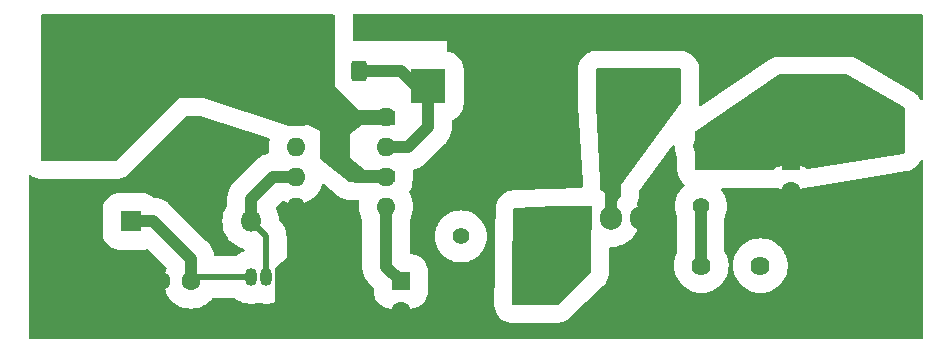
<source format=gtl>
%TF.GenerationSoftware,KiCad,Pcbnew,(6.0.1)*%
%TF.CreationDate,2022-12-28T21:20:27+01:00*%
%TF.ProjectId,nixie_power_supply,6e697869-655f-4706-9f77-65725f737570,rev?*%
%TF.SameCoordinates,Original*%
%TF.FileFunction,Copper,L1,Top*%
%TF.FilePolarity,Positive*%
%FSLAX46Y46*%
G04 Gerber Fmt 4.6, Leading zero omitted, Abs format (unit mm)*
G04 Created by KiCad (PCBNEW (6.0.1)) date 2022-12-28 21:20:27*
%MOMM*%
%LPD*%
G01*
G04 APERTURE LIST*
G04 Aperture macros list*
%AMRoundRect*
0 Rectangle with rounded corners*
0 $1 Rounding radius*
0 $2 $3 $4 $5 $6 $7 $8 $9 X,Y pos of 4 corners*
0 Add a 4 corners polygon primitive as box body*
4,1,4,$2,$3,$4,$5,$6,$7,$8,$9,$2,$3,0*
0 Add four circle primitives for the rounded corners*
1,1,$1+$1,$2,$3*
1,1,$1+$1,$4,$5*
1,1,$1+$1,$6,$7*
1,1,$1+$1,$8,$9*
0 Add four rect primitives between the rounded corners*
20,1,$1+$1,$2,$3,$4,$5,0*
20,1,$1+$1,$4,$5,$6,$7,0*
20,1,$1+$1,$6,$7,$8,$9,0*
20,1,$1+$1,$8,$9,$2,$3,0*%
G04 Aperture macros list end*
%TA.AperFunction,ComponentPad*%
%ADD10R,1.600000X1.600000*%
%TD*%
%TA.AperFunction,ComponentPad*%
%ADD11O,1.600000X1.600000*%
%TD*%
%TA.AperFunction,ComponentPad*%
%ADD12C,1.620000*%
%TD*%
%TA.AperFunction,ComponentPad*%
%ADD13C,1.400000*%
%TD*%
%TA.AperFunction,ComponentPad*%
%ADD14O,1.400000X1.400000*%
%TD*%
%TA.AperFunction,SMDPad,CuDef*%
%ADD15RoundRect,0.250000X-0.400000X-0.625000X0.400000X-0.625000X0.400000X0.625000X-0.400000X0.625000X0*%
%TD*%
%TA.AperFunction,ComponentPad*%
%ADD16R,1.050000X1.500000*%
%TD*%
%TA.AperFunction,ComponentPad*%
%ADD17O,1.050000X1.500000*%
%TD*%
%TA.AperFunction,ComponentPad*%
%ADD18R,1.905000X2.000000*%
%TD*%
%TA.AperFunction,ComponentPad*%
%ADD19O,1.905000X2.000000*%
%TD*%
%TA.AperFunction,SMDPad,CuDef*%
%ADD20R,3.000000X2.900000*%
%TD*%
%TA.AperFunction,ComponentPad*%
%ADD21RoundRect,0.250002X-1.699998X1.699998X-1.699998X-1.699998X1.699998X-1.699998X1.699998X1.699998X0*%
%TD*%
%TA.AperFunction,ComponentPad*%
%ADD22C,3.900000*%
%TD*%
%TA.AperFunction,ComponentPad*%
%ADD23RoundRect,0.250002X1.699998X-1.699998X1.699998X1.699998X-1.699998X1.699998X-1.699998X-1.699998X0*%
%TD*%
%TA.AperFunction,ComponentPad*%
%ADD24R,1.800000X1.800000*%
%TD*%
%TA.AperFunction,ComponentPad*%
%ADD25O,1.800000X1.800000*%
%TD*%
%TA.AperFunction,ComponentPad*%
%ADD26C,1.600000*%
%TD*%
%TA.AperFunction,ComponentPad*%
%ADD27R,2.000000X2.000000*%
%TD*%
%TA.AperFunction,ComponentPad*%
%ADD28C,2.000000*%
%TD*%
%TA.AperFunction,Conductor*%
%ADD29C,0.500000*%
%TD*%
%TA.AperFunction,Conductor*%
%ADD30C,1.000000*%
%TD*%
G04 APERTURE END LIST*
D10*
%TO.P,U1,1,SwC*%
%TO.N,+9V*%
X110500000Y-71130000D03*
D11*
%TO.P,U1,2,SwE*%
%TO.N,Net-(R2-Pad1)*%
X110500000Y-73670000D03*
%TO.P,U1,3,TC*%
%TO.N,Net-(D1-Pad2)*%
X110500000Y-76210000D03*
%TO.P,U1,4,GND*%
%TO.N,GND*%
X110500000Y-78750000D03*
%TO.P,U1,5,Vfb*%
%TO.N,FB*%
X118120000Y-78750000D03*
%TO.P,U1,6,Vin*%
%TO.N,+9V*%
X118120000Y-76210000D03*
%TO.P,U1,7,Ipk*%
%TO.N,Net-(L1-Pad1)*%
X118120000Y-73670000D03*
%TO.P,U1,8,DC*%
%TO.N,+9V*%
X118120000Y-71130000D03*
%TD*%
D12*
%TO.P,RV1,1,1*%
%TO.N,unconnected-(RV1-Pad1)*%
X149820000Y-83765000D03*
%TO.P,RV1,2,2*%
%TO.N,GND*%
X147320000Y-86265000D03*
%TO.P,RV1,3,3*%
%TO.N,FB*%
X144820000Y-83765000D03*
%TD*%
D13*
%TO.P,R5,1*%
%TO.N,FB*%
X144780000Y-78740000D03*
D14*
%TO.P,R5,2*%
%TO.N,VDD*%
X144780000Y-73660000D03*
%TD*%
D13*
%TO.P,R3,1*%
%TO.N,GND*%
X137160000Y-86360000D03*
D14*
%TO.P,R3,2*%
%TO.N,Net-(Q1-Pad1)*%
X132080000Y-86360000D03*
%TD*%
D13*
%TO.P,R2,1*%
%TO.N,Net-(R2-Pad1)*%
X124460000Y-81280000D03*
D14*
%TO.P,R2,2*%
%TO.N,Net-(Q1-Pad1)*%
X129540000Y-81280000D03*
%TD*%
D15*
%TO.P,R1,1*%
%TO.N,+9V*%
X112750000Y-67310000D03*
%TO.P,R1,2*%
%TO.N,Net-(L1-Pad1)*%
X115850000Y-67310000D03*
%TD*%
D16*
%TO.P,Q2,1,C*%
%TO.N,GND*%
X109220000Y-84730000D03*
D17*
%TO.P,Q2,2,B*%
%TO.N,Net-(D1-Pad2)*%
X107950000Y-84730000D03*
%TO.P,Q2,3,E*%
%TO.N,Net-(D1-Pad1)*%
X106680000Y-84730000D03*
%TD*%
D18*
%TO.P,Q1,1,B*%
%TO.N,Net-(Q1-Pad1)*%
X134620000Y-79685000D03*
D19*
%TO.P,Q1,2,C*%
%TO.N,Net-(D2-Pad2)*%
X137160000Y-79685000D03*
%TO.P,Q1,3,E*%
%TO.N,GND*%
X139700000Y-79685000D03*
%TD*%
D20*
%TO.P,L1,1,1*%
%TO.N,Net-(L1-Pad1)*%
X121690000Y-68580000D03*
%TO.P,L1,2,2*%
%TO.N,Net-(D2-Pad2)*%
X137390000Y-68580000D03*
%TD*%
D21*
%TO.P,J2,1,Pin_1*%
%TO.N,VDD*%
X160020000Y-72300000D03*
D22*
%TO.P,J2,2,Pin_2*%
%TO.N,GND*%
X160020000Y-80100000D03*
%TD*%
D23*
%TO.P,J1,1,Pin_1*%
%TO.N,GND*%
X91440000Y-80100000D03*
D22*
%TO.P,J1,2,Pin_2*%
%TO.N,+9V*%
X91440000Y-72300000D03*
%TD*%
D24*
%TO.P,D2,1,K*%
%TO.N,VDD*%
X152400000Y-68580000D03*
D25*
%TO.P,D2,2,A*%
%TO.N,Net-(D2-Pad2)*%
X142240000Y-68580000D03*
%TD*%
D24*
%TO.P,D1,1,K*%
%TO.N,Net-(D1-Pad1)*%
X96520000Y-80010000D03*
D25*
%TO.P,D1,2,A*%
%TO.N,Net-(D1-Pad2)*%
X106680000Y-80010000D03*
%TD*%
D10*
%TO.P,C4,1*%
%TO.N,FB*%
X119380000Y-85090000D03*
D26*
%TO.P,C4,2*%
%TO.N,GND*%
X119380000Y-87590000D03*
%TD*%
D10*
%TO.P,C3,1*%
%TO.N,VDD*%
X152400000Y-74930000D03*
D26*
%TO.P,C3,2*%
%TO.N,GND*%
X152400000Y-77430000D03*
%TD*%
%TO.P,C2,1*%
%TO.N,Net-(D1-Pad1)*%
X101600000Y-85090000D03*
%TO.P,C2,2*%
%TO.N,GND*%
X99100000Y-85090000D03*
%TD*%
D27*
%TO.P,C1,1*%
%TO.N,+9V*%
X101600000Y-68580000D03*
D28*
%TO.P,C1,2*%
%TO.N,GND*%
X101600000Y-72380000D03*
%TD*%
D29*
%TO.N,Net-(D1-Pad2)*%
X107950000Y-81280000D02*
X106680000Y-80010000D01*
X107950000Y-84730000D02*
X107950000Y-81280000D01*
%TO.N,Net-(D1-Pad1)*%
X101960000Y-84730000D02*
X101600000Y-85090000D01*
X106680000Y-84730000D02*
X101960000Y-84730000D01*
D30*
X101600000Y-85090000D02*
X101600000Y-83185000D01*
X98425000Y-80010000D02*
X96520000Y-80010000D01*
X101600000Y-83185000D02*
X98425000Y-80010000D01*
%TO.N,Net-(D1-Pad2)*%
X106680000Y-78105000D02*
X106680000Y-80010000D01*
X108575000Y-76210000D02*
X106680000Y-78105000D01*
X110500000Y-76210000D02*
X108575000Y-76210000D01*
%TO.N,FB*%
X118120000Y-83830000D02*
X119380000Y-85090000D01*
X118120000Y-78750000D02*
X118120000Y-83830000D01*
%TO.N,Net-(Q1-Pad1)*%
X129540000Y-81280000D02*
X130485000Y-82225000D01*
X130485000Y-82225000D02*
X132080000Y-82225000D01*
X132080000Y-82225000D02*
X134620000Y-79685000D01*
X132080000Y-86360000D02*
X132080000Y-82225000D01*
%TO.N,FB*%
X144780000Y-83725000D02*
X144820000Y-83765000D01*
X144780000Y-78740000D02*
X144780000Y-83725000D01*
%TO.N,VDD*%
X152400000Y-73660000D02*
X152400000Y-74930000D01*
X152400000Y-72390000D02*
X152400000Y-73660000D01*
X144780000Y-73660000D02*
X152400000Y-73660000D01*
X152490000Y-72300000D02*
X152400000Y-72390000D01*
X160020000Y-72300000D02*
X152490000Y-72300000D01*
X152400000Y-68580000D02*
X152400000Y-72390000D01*
%TO.N,Net-(D2-Pad2)*%
X142240000Y-68580000D02*
X137390000Y-68580000D01*
X137160000Y-68810000D02*
X137390000Y-68580000D01*
X137160000Y-79685000D02*
X137160000Y-68810000D01*
%TO.N,Net-(L1-Pad1)*%
X121690000Y-71985000D02*
X121690000Y-68580000D01*
X120005000Y-73670000D02*
X121690000Y-71985000D01*
X118120000Y-73670000D02*
X120005000Y-73670000D01*
X119380000Y-67310000D02*
X115850000Y-67310000D01*
X120650000Y-68580000D02*
X119380000Y-67310000D01*
X121690000Y-68580000D02*
X120650000Y-68580000D01*
%TO.N,+9V*%
X114300000Y-74930000D02*
X114300000Y-69850000D01*
X115580000Y-71130000D02*
X114300000Y-69850000D01*
X115580000Y-76210000D02*
X114300000Y-74930000D01*
X118120000Y-76210000D02*
X115580000Y-76210000D01*
X114300000Y-69850000D02*
X112750000Y-68300000D01*
X112750000Y-68300000D02*
X112750000Y-67310000D01*
X118120000Y-71130000D02*
X115580000Y-71130000D01*
X112750000Y-67310000D02*
X111760000Y-67310000D01*
X110500000Y-68570000D02*
X111760000Y-67310000D01*
X110500000Y-71130000D02*
X110500000Y-68570000D01*
X107950000Y-68580000D02*
X110500000Y-71130000D01*
X101600000Y-68580000D02*
X107950000Y-68580000D01*
X101600000Y-68580000D02*
X95160000Y-68580000D01*
X95160000Y-68580000D02*
X91440000Y-72300000D01*
%TD*%
%TA.AperFunction,Conductor*%
%TO.N,GND*%
G36*
X163542121Y-62480002D02*
G01*
X163588614Y-62533658D01*
X163600000Y-62586000D01*
X163600000Y-69619675D01*
X163579998Y-69687796D01*
X163526342Y-69734289D01*
X163456068Y-69744393D01*
X163391488Y-69714899D01*
X163364180Y-69681446D01*
X163282803Y-69536769D01*
X163282803Y-69536768D01*
X163280251Y-69532232D01*
X163124916Y-69339241D01*
X163075985Y-69287799D01*
X162944102Y-69164869D01*
X162740685Y-69023463D01*
X159439317Y-67112145D01*
X158008156Y-66283578D01*
X158008146Y-66283573D01*
X158006841Y-66282817D01*
X157877514Y-66216099D01*
X157873632Y-66214704D01*
X157873626Y-66214701D01*
X157646832Y-66133180D01*
X157646824Y-66133177D01*
X157644380Y-66132299D01*
X157641865Y-66131623D01*
X157641857Y-66131621D01*
X157618425Y-66125328D01*
X157581250Y-66115343D01*
X157439049Y-66084458D01*
X157320797Y-66074659D01*
X157194758Y-66064215D01*
X157194745Y-66064214D01*
X157192157Y-66064000D01*
X151422714Y-66064000D01*
X151420643Y-66064138D01*
X151420633Y-66064138D01*
X151228846Y-66076887D01*
X151228845Y-66076887D01*
X151224169Y-66077198D01*
X151219590Y-66078200D01*
X150984706Y-66129597D01*
X150984696Y-66129600D01*
X150982158Y-66130155D01*
X150911409Y-66151893D01*
X150909467Y-66152634D01*
X150909461Y-66152636D01*
X150831645Y-66182325D01*
X150725497Y-66222823D01*
X150509713Y-66344524D01*
X144812052Y-70210794D01*
X144744454Y-70232493D01*
X144675854Y-70214200D01*
X144628035Y-70161723D01*
X144615734Y-70096127D01*
X144620902Y-70033754D01*
X144629000Y-69936026D01*
X144629000Y-68842178D01*
X144629249Y-68834266D01*
X144644997Y-68583958D01*
X144645246Y-68580000D01*
X144629249Y-68325734D01*
X144629000Y-68317822D01*
X144629000Y-67182000D01*
X144627211Y-67108759D01*
X144604979Y-66940695D01*
X144595064Y-66865742D01*
X144595062Y-66865732D01*
X144594722Y-66863160D01*
X144583336Y-66810818D01*
X144508766Y-66568680D01*
X144397459Y-66347355D01*
X144251240Y-66147369D01*
X144204747Y-66093713D01*
X144127786Y-66011362D01*
X143938140Y-65851961D01*
X143933653Y-65849310D01*
X143933650Y-65849308D01*
X143729332Y-65728599D01*
X143724845Y-65725948D01*
X143493717Y-65636762D01*
X143425596Y-65616760D01*
X143249892Y-65576458D01*
X143245420Y-65576087D01*
X143245417Y-65576087D01*
X143005601Y-65556215D01*
X143005588Y-65556214D01*
X143003000Y-65556000D01*
X136016000Y-65556000D01*
X135977006Y-65556952D01*
X135946145Y-65557706D01*
X135946140Y-65557706D01*
X135942759Y-65557789D01*
X135939415Y-65558231D01*
X135939407Y-65558232D01*
X135699742Y-65589936D01*
X135699732Y-65589938D01*
X135697160Y-65590278D01*
X135694617Y-65590831D01*
X135694618Y-65590831D01*
X135647419Y-65601098D01*
X135647414Y-65601099D01*
X135644818Y-65601664D01*
X135594072Y-65617292D01*
X135407718Y-65674682D01*
X135407713Y-65674684D01*
X135402680Y-65676234D01*
X135314636Y-65720512D01*
X135186015Y-65785197D01*
X135186011Y-65785199D01*
X135181355Y-65787541D01*
X135088661Y-65855314D01*
X135052010Y-65882111D01*
X135042370Y-65888501D01*
X135013531Y-65905761D01*
X135009584Y-65909108D01*
X135009583Y-65909109D01*
X134885750Y-66014127D01*
X134825350Y-66065350D01*
X134665761Y-66253531D01*
X134539049Y-66465250D01*
X134537156Y-66470057D01*
X134537154Y-66470060D01*
X134491512Y-66585931D01*
X134448619Y-66694821D01*
X134396897Y-66936080D01*
X134389500Y-67050468D01*
X134389500Y-70109532D01*
X134389632Y-70111566D01*
X134390109Y-70118946D01*
X134390358Y-70125253D01*
X134390622Y-70143554D01*
X134390831Y-70150810D01*
X134392699Y-70194017D01*
X134392722Y-70194414D01*
X134392725Y-70194476D01*
X134770791Y-76747612D01*
X134771000Y-76754869D01*
X134771000Y-77058500D01*
X134750998Y-77126621D01*
X134697342Y-77173114D01*
X134645000Y-77184500D01*
X133587968Y-77184500D01*
X133473580Y-77191897D01*
X133469068Y-77192864D01*
X133469063Y-77192865D01*
X133262258Y-77237201D01*
X133235846Y-77240000D01*
X132463257Y-77240000D01*
X132462924Y-77240003D01*
X132462914Y-77240003D01*
X132452794Y-77240093D01*
X132436577Y-77240237D01*
X132436276Y-77240242D01*
X132436226Y-77240243D01*
X132433653Y-77240289D01*
X132432080Y-77240317D01*
X132405223Y-77241036D01*
X128971109Y-77363683D01*
X128970879Y-77363694D01*
X128970852Y-77363695D01*
X128939134Y-77365198D01*
X128939127Y-77365199D01*
X128936166Y-77365339D01*
X128821337Y-77381719D01*
X128693501Y-77399954D01*
X128693488Y-77399956D01*
X128690911Y-77400324D01*
X128667560Y-77405653D01*
X128647046Y-77410334D01*
X128647035Y-77410337D01*
X128644835Y-77410839D01*
X128642669Y-77411500D01*
X128642661Y-77411502D01*
X128527786Y-77446553D01*
X128439062Y-77473624D01*
X128216051Y-77581513D01*
X128013839Y-77724637D01*
X127959474Y-77770299D01*
X127875943Y-77845989D01*
X127713644Y-78033160D01*
X127584366Y-78244492D01*
X127559852Y-78305223D01*
X127494117Y-78468073D01*
X127491635Y-78474221D01*
X127470588Y-78542025D01*
X127427589Y-78717086D01*
X127403335Y-78963634D01*
X127375594Y-80766768D01*
X127373852Y-80880020D01*
X127371446Y-80902661D01*
X127353644Y-80992161D01*
X127353375Y-80996272D01*
X127353374Y-80996276D01*
X127352084Y-81015961D01*
X127334778Y-81280000D01*
X127335048Y-81284119D01*
X127351149Y-81529766D01*
X127353644Y-81567839D01*
X127354448Y-81571882D01*
X127354449Y-81571886D01*
X127359967Y-81599629D01*
X127362373Y-81626147D01*
X127329468Y-83765000D01*
X127320942Y-84319208D01*
X127280145Y-86970988D01*
X127280156Y-86971844D01*
X127280156Y-86971864D01*
X127280313Y-86984056D01*
X127281238Y-87055777D01*
X127311837Y-87301618D01*
X127323208Y-87355898D01*
X127333679Y-87390368D01*
X127398620Y-87604163D01*
X127398622Y-87604168D01*
X127400187Y-87609320D01*
X127511494Y-87830645D01*
X127657713Y-88030631D01*
X127704206Y-88084287D01*
X127781167Y-88166638D01*
X127970813Y-88326039D01*
X127975300Y-88328690D01*
X127975303Y-88328692D01*
X127976158Y-88329197D01*
X128184108Y-88452052D01*
X128415236Y-88541238D01*
X128483357Y-88561240D01*
X128659061Y-88601542D01*
X128663533Y-88601913D01*
X128663536Y-88601913D01*
X128903352Y-88621785D01*
X128903365Y-88621786D01*
X128905953Y-88622000D01*
X132537442Y-88622000D01*
X132681218Y-88615094D01*
X132705259Y-88612779D01*
X132781014Y-88603533D01*
X132960209Y-88561660D01*
X133017178Y-88548348D01*
X133017179Y-88548348D01*
X133022253Y-88547162D01*
X133027062Y-88545158D01*
X133027067Y-88545156D01*
X133248506Y-88452861D01*
X133248510Y-88452859D01*
X133250924Y-88451853D01*
X133313977Y-88419221D01*
X133386306Y-88376090D01*
X133464945Y-88329197D01*
X133464949Y-88329194D01*
X133468808Y-88326893D01*
X133661364Y-88171021D01*
X133701835Y-88132310D01*
X133701847Y-88132300D01*
X136505581Y-85450466D01*
X136505591Y-85450456D01*
X136506928Y-85449177D01*
X136627523Y-85319341D01*
X136646427Y-85296409D01*
X136713039Y-85209301D01*
X136733972Y-85173870D01*
X136836401Y-85000493D01*
X136839052Y-84996006D01*
X136845453Y-84979419D01*
X136905385Y-84824102D01*
X136928238Y-84764878D01*
X136948240Y-84696757D01*
X136988542Y-84521053D01*
X136988913Y-84516578D01*
X137008785Y-84276762D01*
X137008786Y-84276749D01*
X137009000Y-84274161D01*
X137009000Y-82312724D01*
X137029002Y-82244603D01*
X137082658Y-82198110D01*
X137132251Y-82186754D01*
X137365942Y-82181655D01*
X137365948Y-82181655D01*
X137369959Y-82181567D01*
X137524703Y-82158302D01*
X137675477Y-82135634D01*
X137675479Y-82135634D01*
X137679447Y-82135037D01*
X137683305Y-82133942D01*
X137683308Y-82133941D01*
X137976658Y-82050655D01*
X137976661Y-82050654D01*
X137980514Y-82049560D01*
X138268280Y-81926521D01*
X138538079Y-81767914D01*
X138785538Y-81576311D01*
X139006645Y-81354817D01*
X139022196Y-81334660D01*
X139195362Y-81110205D01*
X139195363Y-81110204D01*
X139197816Y-81107024D01*
X139245729Y-81025196D01*
X139353923Y-80840414D01*
X139355952Y-80836949D01*
X139357520Y-80833264D01*
X139357524Y-80833256D01*
X139476918Y-80552658D01*
X139478488Y-80548969D01*
X139563440Y-80247753D01*
X139609429Y-79938184D01*
X139610019Y-79924120D01*
X139612944Y-79854314D01*
X139613000Y-79852985D01*
X139613000Y-79558336D01*
X139603414Y-79408064D01*
X139598382Y-79329177D01*
X139598381Y-79329172D01*
X139598126Y-79325169D01*
X139597364Y-79321229D01*
X139539440Y-79021838D01*
X139539439Y-79021834D01*
X139538678Y-79017901D01*
X139440668Y-78720677D01*
X139380214Y-78594218D01*
X139368879Y-78524132D01*
X139379289Y-78489006D01*
X139379052Y-78488914D01*
X139380193Y-78485957D01*
X139468238Y-78257786D01*
X139488240Y-78189665D01*
X139528542Y-78013961D01*
X139533668Y-77952099D01*
X139548785Y-77769670D01*
X139548786Y-77769657D01*
X139549000Y-77767069D01*
X139549000Y-77490750D01*
X139569002Y-77422629D01*
X139573099Y-77416640D01*
X142347640Y-73601647D01*
X142403883Y-73558320D01*
X142474622Y-73552279D01*
X142537398Y-73585440D01*
X142572280Y-73647277D01*
X142575270Y-73667511D01*
X142593644Y-73947839D01*
X142594448Y-73951879D01*
X142594448Y-73951882D01*
X142639287Y-74177300D01*
X142649919Y-74230753D01*
X142651245Y-74234659D01*
X142651246Y-74234663D01*
X142714585Y-74421253D01*
X142742641Y-74503902D01*
X142744462Y-74507595D01*
X142744463Y-74507597D01*
X142759006Y-74537087D01*
X142772000Y-74592815D01*
X142772000Y-75566000D01*
X142773789Y-75639241D01*
X142774231Y-75642585D01*
X142774232Y-75642593D01*
X142792819Y-75783095D01*
X142806278Y-75884840D01*
X142817664Y-75937182D01*
X142818449Y-75939730D01*
X142877257Y-76130687D01*
X142892234Y-76179320D01*
X142907914Y-76210499D01*
X142977216Y-76348299D01*
X143003541Y-76400645D01*
X143006618Y-76404854D01*
X143006619Y-76404855D01*
X143025004Y-76430000D01*
X143149760Y-76600631D01*
X143196253Y-76654287D01*
X143273214Y-76736638D01*
X143276117Y-76739078D01*
X143276118Y-76739079D01*
X143392580Y-76836968D01*
X143431858Y-76896110D01*
X143432925Y-76967099D01*
X143394587Y-77028154D01*
X143317281Y-77095950D01*
X143220673Y-77180673D01*
X143217964Y-77183762D01*
X143033198Y-77394446D01*
X143033194Y-77394452D01*
X143030480Y-77397546D01*
X143028191Y-77400972D01*
X143028187Y-77400977D01*
X142968203Y-77490750D01*
X142870222Y-77637389D01*
X142868398Y-77641088D01*
X142868395Y-77641093D01*
X142744463Y-77892403D01*
X142742641Y-77896098D01*
X142741318Y-77899996D01*
X142741317Y-77899998D01*
X142656658Y-78149396D01*
X142649919Y-78169247D01*
X142649115Y-78173291D01*
X142649113Y-78173297D01*
X142594448Y-78448118D01*
X142593644Y-78452161D01*
X142593375Y-78456272D01*
X142593374Y-78456276D01*
X142588219Y-78534925D01*
X142574778Y-78740000D01*
X142575048Y-78744119D01*
X142593251Y-79021838D01*
X142593644Y-79027839D01*
X142594448Y-79031879D01*
X142594448Y-79031882D01*
X142636371Y-79242641D01*
X142649919Y-79310753D01*
X142651245Y-79314659D01*
X142651246Y-79314663D01*
X142725429Y-79533198D01*
X142742641Y-79583902D01*
X142744462Y-79587595D01*
X142744463Y-79587597D01*
X142766506Y-79632296D01*
X142779500Y-79688024D01*
X142779500Y-82649382D01*
X142766506Y-82705110D01*
X142700318Y-82839327D01*
X142680796Y-82878913D01*
X142679473Y-82882811D01*
X142679472Y-82882813D01*
X142618272Y-83063102D01*
X142583439Y-83165715D01*
X142582635Y-83169759D01*
X142582633Y-83169765D01*
X142525155Y-83458729D01*
X142524351Y-83462772D01*
X142524082Y-83466883D01*
X142524081Y-83466887D01*
X142513702Y-83625250D01*
X142504542Y-83765000D01*
X142504812Y-83769119D01*
X142521342Y-84021314D01*
X142524351Y-84067228D01*
X142525155Y-84071268D01*
X142525155Y-84071271D01*
X142574473Y-84319208D01*
X142583439Y-84364285D01*
X142584765Y-84368191D01*
X142584766Y-84368195D01*
X142607195Y-84434268D01*
X142680796Y-84651087D01*
X142682617Y-84654780D01*
X142682618Y-84654782D01*
X142807616Y-84908252D01*
X142814755Y-84922729D01*
X142983024Y-85174562D01*
X142985738Y-85177656D01*
X142985742Y-85177662D01*
X143156874Y-85372800D01*
X143182724Y-85402276D01*
X143185813Y-85404985D01*
X143407338Y-85599258D01*
X143407344Y-85599262D01*
X143410438Y-85601976D01*
X143662271Y-85770245D01*
X143665970Y-85772069D01*
X143665975Y-85772072D01*
X143930218Y-85902382D01*
X143933913Y-85904204D01*
X143937811Y-85905527D01*
X143937813Y-85905528D01*
X144216805Y-86000234D01*
X144216809Y-86000235D01*
X144220715Y-86001561D01*
X144224759Y-86002365D01*
X144224765Y-86002367D01*
X144513729Y-86059845D01*
X144513732Y-86059845D01*
X144517772Y-86060649D01*
X144521883Y-86060918D01*
X144521887Y-86060919D01*
X144815881Y-86080188D01*
X144820000Y-86080458D01*
X144824119Y-86080188D01*
X145118113Y-86060919D01*
X145118117Y-86060918D01*
X145122228Y-86060649D01*
X145126268Y-86059845D01*
X145126271Y-86059845D01*
X145415235Y-86002367D01*
X145415241Y-86002365D01*
X145419285Y-86001561D01*
X145423191Y-86000235D01*
X145423195Y-86000234D01*
X145702187Y-85905528D01*
X145702189Y-85905527D01*
X145706087Y-85904204D01*
X145709782Y-85902382D01*
X145974025Y-85772072D01*
X145974030Y-85772069D01*
X145977729Y-85770245D01*
X146229562Y-85601976D01*
X146232656Y-85599262D01*
X146232662Y-85599258D01*
X146454187Y-85404985D01*
X146457276Y-85402276D01*
X146483126Y-85372800D01*
X146654258Y-85177662D01*
X146654262Y-85177656D01*
X146656976Y-85174562D01*
X146825245Y-84922729D01*
X146832385Y-84908252D01*
X146957382Y-84654782D01*
X146957383Y-84654780D01*
X146959204Y-84651087D01*
X147032805Y-84434268D01*
X147055234Y-84368195D01*
X147055235Y-84368191D01*
X147056561Y-84364285D01*
X147065528Y-84319208D01*
X147114845Y-84071271D01*
X147114845Y-84071268D01*
X147115649Y-84067228D01*
X147118659Y-84021314D01*
X147135188Y-83769119D01*
X147135458Y-83765000D01*
X147504542Y-83765000D01*
X147504812Y-83769119D01*
X147521342Y-84021314D01*
X147524351Y-84067228D01*
X147525155Y-84071268D01*
X147525155Y-84071271D01*
X147574473Y-84319208D01*
X147583439Y-84364285D01*
X147584765Y-84368191D01*
X147584766Y-84368195D01*
X147607195Y-84434268D01*
X147680796Y-84651087D01*
X147682617Y-84654780D01*
X147682618Y-84654782D01*
X147807616Y-84908252D01*
X147814755Y-84922729D01*
X147983024Y-85174562D01*
X147985738Y-85177656D01*
X147985742Y-85177662D01*
X148156874Y-85372800D01*
X148182724Y-85402276D01*
X148185813Y-85404985D01*
X148407338Y-85599258D01*
X148407344Y-85599262D01*
X148410438Y-85601976D01*
X148662271Y-85770245D01*
X148665970Y-85772069D01*
X148665975Y-85772072D01*
X148930218Y-85902382D01*
X148933913Y-85904204D01*
X148937811Y-85905527D01*
X148937813Y-85905528D01*
X149216805Y-86000234D01*
X149216809Y-86000235D01*
X149220715Y-86001561D01*
X149224759Y-86002365D01*
X149224765Y-86002367D01*
X149513729Y-86059845D01*
X149513732Y-86059845D01*
X149517772Y-86060649D01*
X149521883Y-86060918D01*
X149521887Y-86060919D01*
X149815881Y-86080188D01*
X149820000Y-86080458D01*
X149824119Y-86080188D01*
X150118113Y-86060919D01*
X150118117Y-86060918D01*
X150122228Y-86060649D01*
X150126268Y-86059845D01*
X150126271Y-86059845D01*
X150415235Y-86002367D01*
X150415241Y-86002365D01*
X150419285Y-86001561D01*
X150423191Y-86000235D01*
X150423195Y-86000234D01*
X150702187Y-85905528D01*
X150702189Y-85905527D01*
X150706087Y-85904204D01*
X150709782Y-85902382D01*
X150974025Y-85772072D01*
X150974030Y-85772069D01*
X150977729Y-85770245D01*
X151229562Y-85601976D01*
X151232656Y-85599262D01*
X151232662Y-85599258D01*
X151454187Y-85404985D01*
X151457276Y-85402276D01*
X151483126Y-85372800D01*
X151654258Y-85177662D01*
X151654262Y-85177656D01*
X151656976Y-85174562D01*
X151825245Y-84922729D01*
X151832385Y-84908252D01*
X151957382Y-84654782D01*
X151957383Y-84654780D01*
X151959204Y-84651087D01*
X152032805Y-84434268D01*
X152055234Y-84368195D01*
X152055235Y-84368191D01*
X152056561Y-84364285D01*
X152065528Y-84319208D01*
X152114845Y-84071271D01*
X152114845Y-84071268D01*
X152115649Y-84067228D01*
X152118659Y-84021314D01*
X152135188Y-83769119D01*
X152135458Y-83765000D01*
X152126298Y-83625250D01*
X152115919Y-83466887D01*
X152115918Y-83466883D01*
X152115649Y-83462772D01*
X152114845Y-83458729D01*
X152057367Y-83169765D01*
X152057365Y-83169759D01*
X152056561Y-83165715D01*
X152021729Y-83063102D01*
X151960528Y-82882813D01*
X151960527Y-82882811D01*
X151959204Y-82878913D01*
X151941018Y-82842036D01*
X151827072Y-82610975D01*
X151827069Y-82610970D01*
X151825245Y-82607271D01*
X151656976Y-82355438D01*
X151654262Y-82352344D01*
X151654258Y-82352338D01*
X151459985Y-82130813D01*
X151457276Y-82127724D01*
X151437453Y-82110340D01*
X151232662Y-81930742D01*
X151232656Y-81930738D01*
X151229562Y-81928024D01*
X150977729Y-81759755D01*
X150974030Y-81757931D01*
X150974025Y-81757928D01*
X150709782Y-81627618D01*
X150709780Y-81627617D01*
X150706087Y-81625796D01*
X150702187Y-81624472D01*
X150423195Y-81529766D01*
X150423191Y-81529765D01*
X150419285Y-81528439D01*
X150415241Y-81527635D01*
X150415235Y-81527633D01*
X150126271Y-81470155D01*
X150126268Y-81470155D01*
X150122228Y-81469351D01*
X150118117Y-81469082D01*
X150118113Y-81469081D01*
X149824119Y-81449812D01*
X149820000Y-81449542D01*
X149815881Y-81449812D01*
X149521887Y-81469081D01*
X149521883Y-81469082D01*
X149517772Y-81469351D01*
X149513732Y-81470155D01*
X149513729Y-81470155D01*
X149224765Y-81527633D01*
X149224759Y-81527635D01*
X149220715Y-81528439D01*
X149216809Y-81529765D01*
X149216805Y-81529766D01*
X148937813Y-81624472D01*
X148933913Y-81625796D01*
X148930220Y-81627617D01*
X148930218Y-81627618D01*
X148665975Y-81757928D01*
X148665970Y-81757931D01*
X148662271Y-81759755D01*
X148410438Y-81928024D01*
X148407344Y-81930738D01*
X148407338Y-81930742D01*
X148202547Y-82110340D01*
X148182724Y-82127724D01*
X148180015Y-82130813D01*
X147985742Y-82352338D01*
X147985738Y-82352344D01*
X147983024Y-82355438D01*
X147814755Y-82607271D01*
X147812931Y-82610970D01*
X147812928Y-82610975D01*
X147698982Y-82842036D01*
X147680796Y-82878913D01*
X147679473Y-82882811D01*
X147679472Y-82882813D01*
X147618272Y-83063102D01*
X147583439Y-83165715D01*
X147582635Y-83169759D01*
X147582633Y-83169765D01*
X147525155Y-83458729D01*
X147524351Y-83462772D01*
X147524082Y-83466883D01*
X147524081Y-83466887D01*
X147513702Y-83625250D01*
X147504542Y-83765000D01*
X147135458Y-83765000D01*
X147126298Y-83625250D01*
X147115919Y-83466887D01*
X147115918Y-83466883D01*
X147115649Y-83462772D01*
X147114845Y-83458729D01*
X147057367Y-83169765D01*
X147057365Y-83169759D01*
X147056561Y-83165715D01*
X147021729Y-83063102D01*
X146960528Y-82882813D01*
X146960527Y-82882811D01*
X146959204Y-82878913D01*
X146941018Y-82842036D01*
X146827072Y-82610975D01*
X146827069Y-82610970D01*
X146825245Y-82607271D01*
X146801735Y-82572085D01*
X146780500Y-82502084D01*
X146780500Y-79688024D01*
X146793494Y-79632296D01*
X146815537Y-79587597D01*
X146815538Y-79587595D01*
X146817359Y-79583902D01*
X146834571Y-79533198D01*
X146908754Y-79314663D01*
X146908755Y-79314659D01*
X146910081Y-79310753D01*
X146923630Y-79242641D01*
X146965552Y-79031882D01*
X146965552Y-79031879D01*
X146966356Y-79027839D01*
X146966750Y-79021838D01*
X146984952Y-78744119D01*
X146985222Y-78740000D01*
X146971781Y-78534925D01*
X146966626Y-78456276D01*
X146966625Y-78456272D01*
X146966356Y-78452161D01*
X146965552Y-78448118D01*
X146910887Y-78173297D01*
X146910885Y-78173291D01*
X146910081Y-78169247D01*
X146903343Y-78149396D01*
X146818683Y-77899998D01*
X146818682Y-77899996D01*
X146817359Y-77896098D01*
X146815537Y-77892403D01*
X146691605Y-77641093D01*
X146691602Y-77641088D01*
X146689778Y-77637389D01*
X146529520Y-77397546D01*
X146526976Y-77394645D01*
X146501399Y-77328481D01*
X146515665Y-77258932D01*
X146565268Y-77208137D01*
X146626962Y-77192000D01*
X150845321Y-77192000D01*
X150934187Y-77188694D01*
X150955596Y-77187898D01*
X150955598Y-77187898D01*
X150956751Y-77187855D01*
X150966685Y-77187115D01*
X150974944Y-77186500D01*
X150974976Y-77186497D01*
X150975424Y-77186464D01*
X150975908Y-77186421D01*
X150975930Y-77186419D01*
X150994238Y-77184785D01*
X151019204Y-77182557D01*
X151102266Y-77166898D01*
X151161483Y-77170066D01*
X151164821Y-77171381D01*
X151260999Y-77192000D01*
X151401563Y-77222135D01*
X151401568Y-77222136D01*
X151406080Y-77223103D01*
X151520468Y-77230500D01*
X153279532Y-77230500D01*
X153393920Y-77223103D01*
X153398432Y-77222136D01*
X153398437Y-77222135D01*
X153534966Y-77192865D01*
X153635179Y-77171381D01*
X153845964Y-77088351D01*
X153882650Y-77079942D01*
X154072210Y-77065619D01*
X154072215Y-77065618D01*
X154074801Y-77065423D01*
X159664684Y-76174282D01*
X162118494Y-75783095D01*
X162118497Y-75783094D01*
X162120789Y-75782729D01*
X162123041Y-75782196D01*
X162123053Y-75782194D01*
X162332280Y-75732708D01*
X162332281Y-75732708D01*
X162337091Y-75731570D01*
X162566312Y-75637594D01*
X162635571Y-75602260D01*
X162637561Y-75601051D01*
X162637572Y-75601045D01*
X162821288Y-75489441D01*
X162821290Y-75489440D01*
X162825515Y-75486873D01*
X163014560Y-75326760D01*
X163075755Y-75265565D01*
X163136694Y-75197726D01*
X163181911Y-75147389D01*
X163181919Y-75147379D01*
X163183028Y-75146145D01*
X163199931Y-75125171D01*
X163256039Y-75050950D01*
X163365518Y-74865641D01*
X163417389Y-74817165D01*
X163487234Y-74804428D01*
X163552877Y-74831474D01*
X163593477Y-74889716D01*
X163600000Y-74929731D01*
X163600000Y-89814000D01*
X163579998Y-89882121D01*
X163526342Y-89928614D01*
X163474000Y-89940000D01*
X87986000Y-89940000D01*
X87917879Y-89919998D01*
X87871386Y-89866342D01*
X87860000Y-89814000D01*
X87860000Y-76210499D01*
X87880002Y-76142378D01*
X87933658Y-76095885D01*
X88003932Y-76085781D01*
X88067071Y-76114044D01*
X88090860Y-76134039D01*
X88095347Y-76136690D01*
X88095350Y-76136692D01*
X88219435Y-76210000D01*
X88304155Y-76260052D01*
X88535283Y-76349238D01*
X88603404Y-76369240D01*
X88779108Y-76409542D01*
X88783580Y-76409913D01*
X88783583Y-76409913D01*
X89023399Y-76429785D01*
X89023412Y-76429786D01*
X89026000Y-76430000D01*
X95197810Y-76430000D01*
X95297707Y-76424646D01*
X95356433Y-76421499D01*
X95356441Y-76421498D01*
X95358127Y-76421408D01*
X95384910Y-76418529D01*
X95477063Y-76405721D01*
X95480536Y-76404828D01*
X95480539Y-76404827D01*
X95711944Y-76345298D01*
X95711946Y-76345297D01*
X95716989Y-76344000D01*
X95943484Y-76243630D01*
X96005796Y-76209604D01*
X96158520Y-76113868D01*
X96347565Y-75953755D01*
X101168415Y-71132905D01*
X101230727Y-71098879D01*
X101257510Y-71096000D01*
X102361099Y-71096000D01*
X102399655Y-71102044D01*
X108181773Y-72960581D01*
X108240503Y-73000468D01*
X108268347Y-73065777D01*
X108266793Y-73105118D01*
X108221106Y-73334801D01*
X108214287Y-73369080D01*
X108214018Y-73373185D01*
X108214017Y-73373192D01*
X108210926Y-73420356D01*
X108194564Y-73670000D01*
X108194834Y-73674119D01*
X108212505Y-73943724D01*
X108214287Y-73970920D01*
X108215089Y-73974953D01*
X108215090Y-73974959D01*
X108241273Y-74106586D01*
X108234945Y-74177300D01*
X108191391Y-74233368D01*
X108149986Y-74252960D01*
X108110709Y-74263374D01*
X108104936Y-74264760D01*
X108019800Y-74283089D01*
X108019798Y-74283089D01*
X108015453Y-74284025D01*
X108011278Y-74285565D01*
X108011279Y-74285565D01*
X107976645Y-74298342D01*
X107965327Y-74301922D01*
X107929647Y-74311382D01*
X107929645Y-74311383D01*
X107925348Y-74312522D01*
X107841050Y-74348218D01*
X107835550Y-74350395D01*
X107749663Y-74382080D01*
X107713263Y-74401721D01*
X107702561Y-74406860D01*
X107668570Y-74421253D01*
X107664473Y-74422988D01*
X107660661Y-74425283D01*
X107660657Y-74425285D01*
X107586052Y-74470200D01*
X107580896Y-74473141D01*
X107500340Y-74516607D01*
X107496754Y-74519256D01*
X107496752Y-74519257D01*
X107467067Y-74541183D01*
X107457202Y-74547775D01*
X107421764Y-74569110D01*
X107355864Y-74622761D01*
X107350786Y-74626895D01*
X107346096Y-74630533D01*
X107272460Y-74684922D01*
X107269289Y-74688043D01*
X107269285Y-74688047D01*
X107242976Y-74713947D01*
X107238237Y-74718190D01*
X107238301Y-74718261D01*
X107235905Y-74720424D01*
X107233414Y-74722452D01*
X107175554Y-74780312D01*
X107174852Y-74781009D01*
X107138124Y-74817165D01*
X107070570Y-74883666D01*
X107067871Y-74887203D01*
X107064917Y-74890553D01*
X107064719Y-74890378D01*
X107059354Y-74896512D01*
X105286223Y-76669643D01*
X105284099Y-76671718D01*
X105201338Y-76750668D01*
X105196588Y-76755199D01*
X105193832Y-76758695D01*
X105139910Y-76827094D01*
X105136126Y-76831668D01*
X105115108Y-76855890D01*
X105076145Y-76900791D01*
X105073730Y-76904532D01*
X105053711Y-76935536D01*
X105046809Y-76945194D01*
X105029541Y-76967099D01*
X105021199Y-76977680D01*
X105018965Y-76981526D01*
X105018963Y-76981529D01*
X104975223Y-77056834D01*
X104972120Y-77061897D01*
X104955039Y-77088350D01*
X104922471Y-77138789D01*
X104920603Y-77142842D01*
X104920602Y-77142843D01*
X104905155Y-77176350D01*
X104899684Y-77186884D01*
X104878907Y-77222654D01*
X104877239Y-77226772D01*
X104844543Y-77307493D01*
X104842185Y-77312940D01*
X104805732Y-77392013D01*
X104805728Y-77392024D01*
X104803864Y-77396067D01*
X104795921Y-77422629D01*
X104792014Y-77435692D01*
X104788081Y-77446893D01*
X104772552Y-77485232D01*
X104764626Y-77517140D01*
X104750489Y-77574053D01*
X104748922Y-77579781D01*
X104744910Y-77593196D01*
X104722691Y-77667490D01*
X104722030Y-77671887D01*
X104722029Y-77671891D01*
X104716540Y-77708402D01*
X104714224Y-77720044D01*
X104704255Y-77760177D01*
X104703218Y-77770299D01*
X104694926Y-77851222D01*
X104694182Y-77857110D01*
X104687040Y-77904616D01*
X104680572Y-77947642D01*
X104680322Y-77979596D01*
X104680248Y-77989004D01*
X104679896Y-77995369D01*
X104679993Y-77995374D01*
X104679829Y-77998580D01*
X104679500Y-78001790D01*
X104679500Y-78083713D01*
X104679496Y-78084701D01*
X104678348Y-78230933D01*
X104678941Y-78235350D01*
X104679221Y-78239798D01*
X104678958Y-78239815D01*
X104679500Y-78247937D01*
X104679500Y-78645686D01*
X104659885Y-78713200D01*
X104576667Y-78844330D01*
X104572267Y-78851264D01*
X104570583Y-78854843D01*
X104570579Y-78854850D01*
X104457833Y-79094448D01*
X104443659Y-79124570D01*
X104350319Y-79411840D01*
X104293720Y-79708543D01*
X104274754Y-80010000D01*
X104293720Y-80311457D01*
X104350319Y-80608160D01*
X104351546Y-80611936D01*
X104437885Y-80877658D01*
X104443659Y-80895430D01*
X104445346Y-80899016D01*
X104445348Y-80899020D01*
X104570579Y-81165150D01*
X104570583Y-81165157D01*
X104572267Y-81168736D01*
X104734115Y-81423768D01*
X104736634Y-81426814D01*
X104736637Y-81426817D01*
X104772490Y-81470155D01*
X104926651Y-81656504D01*
X105146838Y-81863274D01*
X105150040Y-81865601D01*
X105150042Y-81865602D01*
X105388002Y-82038489D01*
X105391205Y-82040816D01*
X105394674Y-82042723D01*
X105394677Y-82042725D01*
X105650379Y-82183299D01*
X105655896Y-82186332D01*
X105659565Y-82187785D01*
X105659570Y-82187787D01*
X105878515Y-82274473D01*
X105936738Y-82297525D01*
X105940553Y-82298505D01*
X105940573Y-82298511D01*
X106065494Y-82330585D01*
X106126500Y-82366899D01*
X106158189Y-82430431D01*
X106150499Y-82501010D01*
X106105872Y-82556228D01*
X106073096Y-82572458D01*
X105919382Y-82622403D01*
X105915429Y-82624331D01*
X105915424Y-82624333D01*
X105671213Y-82743443D01*
X105664777Y-82746582D01*
X105661137Y-82749038D01*
X105661134Y-82749039D01*
X105433575Y-82902530D01*
X105433571Y-82902533D01*
X105429933Y-82904987D01*
X105383121Y-82947137D01*
X105319115Y-82977853D01*
X105298812Y-82979500D01*
X103703958Y-82979500D01*
X103635837Y-82959498D01*
X103589344Y-82905842D01*
X103580783Y-82880029D01*
X103576893Y-82861963D01*
X103574947Y-82850270D01*
X103573287Y-82836238D01*
X103570085Y-82809186D01*
X103568945Y-82804886D01*
X103568943Y-82804876D01*
X103546626Y-82720709D01*
X103545240Y-82714936D01*
X103526911Y-82629800D01*
X103526911Y-82629798D01*
X103525975Y-82625453D01*
X103511658Y-82586645D01*
X103508078Y-82575327D01*
X103498618Y-82539647D01*
X103498617Y-82539645D01*
X103497478Y-82535348D01*
X103461782Y-82451050D01*
X103459605Y-82445550D01*
X103446626Y-82410368D01*
X103427920Y-82359663D01*
X103408278Y-82323260D01*
X103403140Y-82312561D01*
X103388748Y-82278572D01*
X103388746Y-82278568D01*
X103387012Y-82274473D01*
X103339797Y-82196050D01*
X103336859Y-82190898D01*
X103335181Y-82187787D01*
X103306288Y-82134239D01*
X103295515Y-82114272D01*
X103295512Y-82114267D01*
X103293393Y-82110340D01*
X103268813Y-82077061D01*
X103262219Y-82067193D01*
X103252262Y-82050655D01*
X103240889Y-82031764D01*
X103183108Y-81960790D01*
X103179470Y-81956100D01*
X103127726Y-81886045D01*
X103125078Y-81882460D01*
X103121957Y-81879289D01*
X103121953Y-81879285D01*
X103096058Y-81852981D01*
X103091811Y-81848238D01*
X103091740Y-81848302D01*
X103089583Y-81845913D01*
X103087548Y-81843413D01*
X103029626Y-81785491D01*
X103028929Y-81784789D01*
X102929459Y-81683744D01*
X102929456Y-81683741D01*
X102926334Y-81680570D01*
X102922795Y-81677869D01*
X102919451Y-81674921D01*
X102919625Y-81674723D01*
X102913496Y-81669361D01*
X99860356Y-78616222D01*
X99858281Y-78614098D01*
X99777876Y-78529811D01*
X99777873Y-78529808D01*
X99774801Y-78526588D01*
X99735979Y-78495983D01*
X99702906Y-78469910D01*
X99698332Y-78466126D01*
X99632576Y-78409067D01*
X99629209Y-78406145D01*
X99594462Y-78383710D01*
X99584806Y-78376809D01*
X99555814Y-78353953D01*
X99555809Y-78353950D01*
X99552320Y-78351199D01*
X99548474Y-78348965D01*
X99548471Y-78348963D01*
X99473166Y-78305223D01*
X99468103Y-78302120D01*
X99394959Y-78254891D01*
X99394958Y-78254891D01*
X99391211Y-78252471D01*
X99373903Y-78244492D01*
X99353650Y-78235155D01*
X99343114Y-78229683D01*
X99342939Y-78229581D01*
X99307346Y-78208907D01*
X99264314Y-78191477D01*
X99222507Y-78174543D01*
X99217060Y-78172185D01*
X99137987Y-78135732D01*
X99137976Y-78135728D01*
X99133933Y-78133864D01*
X99094306Y-78122013D01*
X99083107Y-78118081D01*
X99048901Y-78104226D01*
X99048900Y-78104226D01*
X99044768Y-78102552D01*
X98968926Y-78083713D01*
X98955947Y-78080489D01*
X98950219Y-78078922D01*
X98911344Y-78067296D01*
X98862510Y-78052691D01*
X98858113Y-78052030D01*
X98858109Y-78052029D01*
X98821598Y-78046540D01*
X98809956Y-78044224D01*
X98789026Y-78039025D01*
X98769823Y-78034255D01*
X98720732Y-78029225D01*
X98678778Y-78024926D01*
X98672890Y-78024182D01*
X98586764Y-78011234D01*
X98586759Y-78011234D01*
X98582358Y-78010572D01*
X98577902Y-78010537D01*
X98577901Y-78010537D01*
X98573466Y-78010502D01*
X98540988Y-78010248D01*
X98534631Y-78009896D01*
X98534626Y-78009993D01*
X98531420Y-78009829D01*
X98528210Y-78009500D01*
X98488611Y-78009500D01*
X98420490Y-77989498D01*
X98407115Y-77979596D01*
X98364241Y-77943236D01*
X98296469Y-77885761D01*
X98238759Y-77851222D01*
X98089188Y-77761705D01*
X98089187Y-77761705D01*
X98084750Y-77759049D01*
X98079943Y-77757156D01*
X98079940Y-77757154D01*
X97964069Y-77711512D01*
X97855179Y-77668619D01*
X97709506Y-77637389D01*
X97618437Y-77617865D01*
X97618432Y-77617864D01*
X97613920Y-77616897D01*
X97499532Y-77609500D01*
X95540468Y-77609500D01*
X95426080Y-77616897D01*
X95421568Y-77617864D01*
X95421563Y-77617865D01*
X95330494Y-77637389D01*
X95184821Y-77668619D01*
X95075931Y-77711512D01*
X94960060Y-77757154D01*
X94960057Y-77757156D01*
X94955250Y-77759049D01*
X94743531Y-77885761D01*
X94555350Y-78045350D01*
X94395761Y-78233531D01*
X94269049Y-78445250D01*
X94267156Y-78450057D01*
X94267154Y-78450060D01*
X94253409Y-78484955D01*
X94178619Y-78674821D01*
X94126897Y-78916080D01*
X94119500Y-79030468D01*
X94119500Y-80989532D01*
X94126897Y-81103920D01*
X94127864Y-81108432D01*
X94127865Y-81108437D01*
X94133560Y-81135001D01*
X94178619Y-81345179D01*
X94183535Y-81357658D01*
X94266327Y-81567839D01*
X94269049Y-81574750D01*
X94395761Y-81786469D01*
X94555350Y-81974650D01*
X94743531Y-82134239D01*
X94955250Y-82260951D01*
X94960057Y-82262844D01*
X94960060Y-82262846D01*
X95044410Y-82296072D01*
X95184821Y-82351381D01*
X95313217Y-82378907D01*
X95421563Y-82402135D01*
X95421568Y-82402136D01*
X95426080Y-82403103D01*
X95540468Y-82410500D01*
X97499532Y-82410500D01*
X97613920Y-82403103D01*
X97618432Y-82402136D01*
X97618437Y-82402135D01*
X97855179Y-82351381D01*
X97855686Y-82353748D01*
X97916589Y-82353238D01*
X97971198Y-82385332D01*
X99513073Y-83927207D01*
X99547099Y-83989519D01*
X99542034Y-84060334D01*
X99536988Y-84072022D01*
X99514831Y-84116951D01*
X99471881Y-84204044D01*
X99471878Y-84204052D01*
X99470055Y-84207748D01*
X99468726Y-84211663D01*
X99392417Y-84436463D01*
X99373120Y-84493309D01*
X99372316Y-84497353D01*
X99372314Y-84497359D01*
X99323945Y-84740527D01*
X99314287Y-84789080D01*
X99314018Y-84793185D01*
X99314017Y-84793192D01*
X99300430Y-85000493D01*
X99294564Y-85090000D01*
X99294834Y-85094119D01*
X99313662Y-85381380D01*
X99314287Y-85390920D01*
X99315089Y-85394953D01*
X99315090Y-85394959D01*
X99366511Y-85653467D01*
X99373120Y-85686691D01*
X99374447Y-85690600D01*
X99374448Y-85690604D01*
X99468729Y-85968346D01*
X99470055Y-85972252D01*
X99603434Y-86242718D01*
X99605728Y-86246151D01*
X99762315Y-86480500D01*
X99770975Y-86493461D01*
X99773689Y-86496555D01*
X99773693Y-86496561D01*
X99961718Y-86710961D01*
X99969811Y-86720189D01*
X99972900Y-86722898D01*
X100193439Y-86916307D01*
X100193445Y-86916311D01*
X100196539Y-86919025D01*
X100199965Y-86921314D01*
X100199970Y-86921318D01*
X100387533Y-87046643D01*
X100447282Y-87086566D01*
X100450981Y-87088390D01*
X100450986Y-87088393D01*
X100496604Y-87110889D01*
X100717748Y-87219945D01*
X100721653Y-87221271D01*
X100721654Y-87221271D01*
X100999396Y-87315552D01*
X100999400Y-87315553D01*
X101003309Y-87316880D01*
X101007353Y-87317684D01*
X101007359Y-87317686D01*
X101295041Y-87374910D01*
X101295047Y-87374911D01*
X101299080Y-87375713D01*
X101303185Y-87375982D01*
X101303192Y-87375983D01*
X101595881Y-87395166D01*
X101600000Y-87395436D01*
X101604119Y-87395166D01*
X101896808Y-87375983D01*
X101896815Y-87375982D01*
X101900920Y-87375713D01*
X101904953Y-87374911D01*
X101904959Y-87374910D01*
X102192641Y-87317686D01*
X102192647Y-87317684D01*
X102196691Y-87316880D01*
X102200600Y-87315553D01*
X102200604Y-87315552D01*
X102478346Y-87221271D01*
X102478347Y-87221271D01*
X102482252Y-87219945D01*
X102703396Y-87110889D01*
X102749014Y-87088393D01*
X102749019Y-87088390D01*
X102752718Y-87086566D01*
X102812467Y-87046643D01*
X103000030Y-86921318D01*
X103000035Y-86921314D01*
X103003461Y-86919025D01*
X103006555Y-86916311D01*
X103006561Y-86916307D01*
X103227100Y-86722898D01*
X103230189Y-86720189D01*
X103371384Y-86559188D01*
X103402750Y-86523422D01*
X103462704Y-86485395D01*
X103497482Y-86480500D01*
X105299209Y-86480500D01*
X105367330Y-86500502D01*
X105376782Y-86507211D01*
X105437966Y-86555013D01*
X105544589Y-86638316D01*
X105670414Y-86710961D01*
X105786091Y-86777748D01*
X105786096Y-86777751D01*
X105789911Y-86779953D01*
X105793995Y-86781603D01*
X105794001Y-86781606D01*
X105927808Y-86835667D01*
X106052558Y-86886069D01*
X106056827Y-86887133D01*
X106056829Y-86887134D01*
X106079727Y-86892843D01*
X106327417Y-86954599D01*
X106331785Y-86955058D01*
X106331790Y-86955059D01*
X106604769Y-86983750D01*
X106604772Y-86983750D01*
X106609138Y-86984209D01*
X106613526Y-86984056D01*
X106613532Y-86984056D01*
X106887842Y-86974477D01*
X106887848Y-86974476D01*
X106892239Y-86974323D01*
X106896562Y-86973561D01*
X106896569Y-86973560D01*
X107073433Y-86942374D01*
X107171209Y-86925133D01*
X107175380Y-86923778D01*
X107175387Y-86923776D01*
X107270587Y-86892843D01*
X107340005Y-86890419D01*
X107597417Y-86954599D01*
X107601785Y-86955058D01*
X107601790Y-86955059D01*
X107874769Y-86983750D01*
X107874772Y-86983750D01*
X107879138Y-86984209D01*
X107883526Y-86984056D01*
X107883532Y-86984056D01*
X108157842Y-86974477D01*
X108157848Y-86974476D01*
X108162239Y-86974323D01*
X108166562Y-86973561D01*
X108166569Y-86973560D01*
X108343433Y-86942374D01*
X108441209Y-86925133D01*
X108445380Y-86923778D01*
X108445387Y-86923776D01*
X108706429Y-86838958D01*
X108706428Y-86838958D01*
X108710618Y-86837597D01*
X108712000Y-86836923D01*
X108712000Y-86944200D01*
X111887000Y-86817200D01*
X110032800Y-82880200D01*
X109700500Y-83154987D01*
X109700500Y-81334660D01*
X109700703Y-81327516D01*
X109704876Y-81254039D01*
X109704876Y-81254033D01*
X109705141Y-81249364D01*
X109697732Y-81168736D01*
X109694737Y-81136140D01*
X109694554Y-81133949D01*
X109686472Y-81025196D01*
X109686126Y-81020534D01*
X109685094Y-81015971D01*
X109685092Y-81015961D01*
X109684562Y-81013618D01*
X109681985Y-80997352D01*
X109681763Y-80994939D01*
X109681762Y-80994934D01*
X109681334Y-80990274D01*
X109680221Y-80985724D01*
X109654301Y-80879798D01*
X109653797Y-80877658D01*
X109629737Y-80771329D01*
X109628705Y-80766768D01*
X109627010Y-80762410D01*
X109627008Y-80762403D01*
X109626134Y-80760155D01*
X109621177Y-80744434D01*
X109620606Y-80742098D01*
X109620602Y-80742085D01*
X109619492Y-80737549D01*
X109576446Y-80632329D01*
X109575631Y-80630288D01*
X109536096Y-80528626D01*
X109534405Y-80524277D01*
X109530886Y-80518119D01*
X109523666Y-80503317D01*
X109520975Y-80496740D01*
X109462831Y-80399009D01*
X109461724Y-80397111D01*
X109407621Y-80302450D01*
X109407619Y-80302446D01*
X109405299Y-80298388D01*
X109400897Y-80292804D01*
X109391573Y-80279236D01*
X109390337Y-80277159D01*
X109390335Y-80277157D01*
X109387945Y-80273139D01*
X109316028Y-80185116D01*
X109314652Y-80183402D01*
X109247115Y-80097732D01*
X109247112Y-80097729D01*
X109244223Y-80094064D01*
X109168399Y-80022736D01*
X109165637Y-80020056D01*
X109114190Y-79968609D01*
X109080164Y-79906297D01*
X109077534Y-79887425D01*
X109075451Y-79854314D01*
X109066280Y-79708543D01*
X109009681Y-79411840D01*
X108916341Y-79124570D01*
X108901789Y-79093644D01*
X108817482Y-78914484D01*
X108806576Y-78844330D01*
X108835329Y-78779417D01*
X108842394Y-78771741D01*
X109323812Y-78290322D01*
X109386125Y-78256297D01*
X109456940Y-78261361D01*
X109468631Y-78266409D01*
X109617748Y-78339945D01*
X109621653Y-78341271D01*
X109621654Y-78341271D01*
X109899396Y-78435552D01*
X109899400Y-78435553D01*
X109903309Y-78436880D01*
X109907353Y-78437684D01*
X109907359Y-78437686D01*
X110195041Y-78494910D01*
X110195047Y-78494911D01*
X110199080Y-78495713D01*
X110203185Y-78495982D01*
X110203192Y-78495983D01*
X110495881Y-78515166D01*
X110500000Y-78515436D01*
X110504119Y-78515166D01*
X110796808Y-78495983D01*
X110796815Y-78495982D01*
X110800920Y-78495713D01*
X110804953Y-78494911D01*
X110804959Y-78494910D01*
X111092641Y-78437686D01*
X111092647Y-78437684D01*
X111096691Y-78436880D01*
X111100600Y-78435553D01*
X111100604Y-78435552D01*
X111378346Y-78341271D01*
X111378347Y-78341271D01*
X111382252Y-78339945D01*
X111541605Y-78261361D01*
X111649014Y-78208393D01*
X111649019Y-78208390D01*
X111652718Y-78206566D01*
X111761524Y-78133864D01*
X111900030Y-78041318D01*
X111900035Y-78041314D01*
X111903461Y-78039025D01*
X111906555Y-78036311D01*
X111906561Y-78036307D01*
X112127100Y-77842898D01*
X112130189Y-77840189D01*
X112194314Y-77767069D01*
X112326307Y-77616561D01*
X112326311Y-77616555D01*
X112329025Y-77613461D01*
X112331584Y-77609632D01*
X112471002Y-77400977D01*
X112496566Y-77362718D01*
X112556928Y-77240317D01*
X112580776Y-77191957D01*
X112629945Y-77092252D01*
X112681375Y-76940744D01*
X112722212Y-76882668D01*
X112787965Y-76855890D01*
X112857757Y-76868911D01*
X112879396Y-76882855D01*
X114090443Y-77851692D01*
X114097587Y-77857110D01*
X114151621Y-77898091D01*
X114151648Y-77898111D01*
X114152281Y-77898591D01*
X114162872Y-77906200D01*
X114165207Y-77907590D01*
X114379780Y-78035330D01*
X114379784Y-78035332D01*
X114384353Y-78038052D01*
X114615481Y-78127238D01*
X114683602Y-78147240D01*
X114859306Y-78187542D01*
X114863778Y-78187913D01*
X114863781Y-78187913D01*
X115103597Y-78207785D01*
X115103610Y-78207786D01*
X115106198Y-78208000D01*
X115403723Y-78208000D01*
X115413765Y-78208752D01*
X115413791Y-78208416D01*
X115418238Y-78208766D01*
X115422642Y-78209428D01*
X115427098Y-78209463D01*
X115427099Y-78209463D01*
X115431534Y-78209498D01*
X115464012Y-78209752D01*
X115470369Y-78210104D01*
X115470374Y-78210007D01*
X115473580Y-78210171D01*
X115476790Y-78210500D01*
X115558713Y-78210500D01*
X115559702Y-78210504D01*
X115701473Y-78211617D01*
X115705933Y-78211652D01*
X115710350Y-78211059D01*
X115714798Y-78210779D01*
X115714815Y-78211042D01*
X115722937Y-78210500D01*
X115728212Y-78210500D01*
X115796333Y-78230502D01*
X115842826Y-78284158D01*
X115851791Y-78361082D01*
X115835932Y-78440812D01*
X115834287Y-78449080D01*
X115834018Y-78453185D01*
X115834017Y-78453192D01*
X115823332Y-78616222D01*
X115814564Y-78750000D01*
X115814834Y-78754119D01*
X115833080Y-79032501D01*
X115834287Y-79050920D01*
X115835089Y-79054953D01*
X115835090Y-79054959D01*
X115885971Y-79310753D01*
X115893120Y-79346691D01*
X115894447Y-79350600D01*
X115894448Y-79350604D01*
X115972318Y-79580002D01*
X115990055Y-79632252D01*
X116035183Y-79723762D01*
X116106506Y-79868392D01*
X116119500Y-79924120D01*
X116119500Y-83800625D01*
X116119465Y-83803594D01*
X116116616Y-83924477D01*
X116119593Y-83949629D01*
X116127378Y-84015403D01*
X116127935Y-84021308D01*
X116134399Y-84112593D01*
X116143106Y-84153033D01*
X116145052Y-84164723D01*
X116149915Y-84205814D01*
X116151055Y-84210114D01*
X116151057Y-84210124D01*
X116173374Y-84294291D01*
X116174760Y-84300064D01*
X116194025Y-84389547D01*
X116195565Y-84393721D01*
X116208342Y-84428355D01*
X116211921Y-84439671D01*
X116222522Y-84479652D01*
X116258218Y-84563950D01*
X116260395Y-84569450D01*
X116292080Y-84655337D01*
X116311721Y-84691737D01*
X116316860Y-84702439D01*
X116332988Y-84740527D01*
X116380199Y-84818943D01*
X116383138Y-84824096D01*
X116426607Y-84904660D01*
X116429259Y-84908251D01*
X116429260Y-84908252D01*
X116451187Y-84937939D01*
X116457779Y-84947805D01*
X116479111Y-84983236D01*
X116529711Y-85045389D01*
X116536892Y-85054210D01*
X116540530Y-85058900D01*
X116568403Y-85096637D01*
X116594922Y-85132540D01*
X116598043Y-85135711D01*
X116598047Y-85135715D01*
X116623942Y-85162019D01*
X116628189Y-85166762D01*
X116628260Y-85166698D01*
X116630417Y-85169087D01*
X116632452Y-85171587D01*
X116690373Y-85229508D01*
X116691070Y-85230210D01*
X116780165Y-85320715D01*
X116793666Y-85334430D01*
X116797205Y-85337131D01*
X116800549Y-85340079D01*
X116800375Y-85340277D01*
X116806504Y-85345639D01*
X117042595Y-85581730D01*
X117076621Y-85644042D01*
X117079500Y-85670825D01*
X117079500Y-85969532D01*
X117086897Y-86083920D01*
X117087864Y-86088432D01*
X117087865Y-86088437D01*
X117101457Y-86151837D01*
X117138619Y-86325179D01*
X117155650Y-86368414D01*
X117216709Y-86523422D01*
X117229049Y-86554750D01*
X117355761Y-86766469D01*
X117515350Y-86954650D01*
X117703531Y-87114239D01*
X117915250Y-87240951D01*
X117920057Y-87242844D01*
X117920060Y-87242846D01*
X118035931Y-87288488D01*
X118144821Y-87331381D01*
X118271645Y-87358570D01*
X118381563Y-87382135D01*
X118381568Y-87382136D01*
X118386080Y-87383103D01*
X118500468Y-87390500D01*
X120259532Y-87390500D01*
X120373920Y-87383103D01*
X120378432Y-87382136D01*
X120378437Y-87382135D01*
X120488355Y-87358570D01*
X120615179Y-87331381D01*
X120724069Y-87288488D01*
X120839940Y-87242846D01*
X120839943Y-87242844D01*
X120844750Y-87240951D01*
X121056469Y-87114239D01*
X121244650Y-86954650D01*
X121404239Y-86766469D01*
X121530951Y-86554750D01*
X121543292Y-86523422D01*
X121604350Y-86368414D01*
X121621381Y-86325179D01*
X121658543Y-86151837D01*
X121672135Y-86088437D01*
X121672136Y-86088432D01*
X121673103Y-86083920D01*
X121680500Y-85969532D01*
X121680500Y-84210468D01*
X121673103Y-84096080D01*
X121667948Y-84072031D01*
X121622463Y-83859870D01*
X121621381Y-83854821D01*
X121530951Y-83625250D01*
X121404239Y-83413531D01*
X121244650Y-83225350D01*
X121056469Y-83065761D01*
X120844750Y-82939049D01*
X120839943Y-82937156D01*
X120839940Y-82937154D01*
X120682705Y-82875218D01*
X120615179Y-82848619D01*
X120451888Y-82813612D01*
X120378437Y-82797865D01*
X120378432Y-82797864D01*
X120373920Y-82796897D01*
X120259532Y-82789500D01*
X120246500Y-82789500D01*
X120178379Y-82769498D01*
X120131886Y-82715842D01*
X120120500Y-82663500D01*
X120120500Y-81280000D01*
X122254778Y-81280000D01*
X122255048Y-81284119D01*
X122271149Y-81529766D01*
X122273644Y-81567839D01*
X122274448Y-81571879D01*
X122274448Y-81571882D01*
X122328005Y-81841130D01*
X122329919Y-81850753D01*
X122331245Y-81854659D01*
X122331246Y-81854663D01*
X122416818Y-82106748D01*
X122422641Y-82123902D01*
X122424462Y-82127595D01*
X122424463Y-82127597D01*
X122542474Y-82366899D01*
X122550222Y-82382611D01*
X122568769Y-82410368D01*
X122678991Y-82575327D01*
X122710480Y-82622454D01*
X122713194Y-82625548D01*
X122713198Y-82625554D01*
X122863201Y-82796599D01*
X122900673Y-82839327D01*
X122903762Y-82842036D01*
X123114446Y-83026802D01*
X123114452Y-83026806D01*
X123117546Y-83029520D01*
X123120972Y-83031809D01*
X123120977Y-83031813D01*
X123171784Y-83065761D01*
X123357389Y-83189778D01*
X123361088Y-83191602D01*
X123361093Y-83191605D01*
X123612403Y-83315537D01*
X123616098Y-83317359D01*
X123619996Y-83318682D01*
X123619998Y-83318683D01*
X123885337Y-83408754D01*
X123885341Y-83408755D01*
X123889247Y-83410081D01*
X123893291Y-83410885D01*
X123893297Y-83410887D01*
X124168118Y-83465552D01*
X124168121Y-83465552D01*
X124172161Y-83466356D01*
X124176272Y-83466625D01*
X124176276Y-83466626D01*
X124455881Y-83484952D01*
X124460000Y-83485222D01*
X124464119Y-83484952D01*
X124743724Y-83466626D01*
X124743728Y-83466625D01*
X124747839Y-83466356D01*
X124751879Y-83465552D01*
X124751882Y-83465552D01*
X125026703Y-83410887D01*
X125026709Y-83410885D01*
X125030753Y-83410081D01*
X125034659Y-83408755D01*
X125034663Y-83408754D01*
X125300002Y-83318683D01*
X125300004Y-83318682D01*
X125303902Y-83317359D01*
X125307597Y-83315537D01*
X125558907Y-83191605D01*
X125558912Y-83191602D01*
X125562611Y-83189778D01*
X125748216Y-83065761D01*
X125799023Y-83031813D01*
X125799028Y-83031809D01*
X125802454Y-83029520D01*
X125805548Y-83026806D01*
X125805554Y-83026802D01*
X126016238Y-82842036D01*
X126019327Y-82839327D01*
X126056799Y-82796599D01*
X126206802Y-82625554D01*
X126206806Y-82625548D01*
X126209520Y-82622454D01*
X126241010Y-82575327D01*
X126351231Y-82410368D01*
X126369778Y-82382611D01*
X126377527Y-82366899D01*
X126495537Y-82127597D01*
X126495538Y-82127595D01*
X126497359Y-82123902D01*
X126503182Y-82106748D01*
X126588754Y-81854663D01*
X126588755Y-81854659D01*
X126590081Y-81850753D01*
X126591996Y-81841130D01*
X126645552Y-81571882D01*
X126645552Y-81571879D01*
X126646356Y-81567839D01*
X126648852Y-81529766D01*
X126664952Y-81284119D01*
X126665222Y-81280000D01*
X126647916Y-81015961D01*
X126646626Y-80996276D01*
X126646625Y-80996272D01*
X126646356Y-80992161D01*
X126616172Y-80840414D01*
X126590887Y-80713297D01*
X126590885Y-80713291D01*
X126590081Y-80709247D01*
X126563614Y-80631276D01*
X126498683Y-80439998D01*
X126498682Y-80439996D01*
X126497359Y-80436098D01*
X126427640Y-80294722D01*
X126371605Y-80181093D01*
X126371602Y-80181088D01*
X126369778Y-80177389D01*
X126265573Y-80021435D01*
X126211813Y-79940977D01*
X126211809Y-79940972D01*
X126209520Y-79937546D01*
X126206806Y-79934452D01*
X126206802Y-79934446D01*
X126022036Y-79723762D01*
X126019327Y-79720673D01*
X126016238Y-79717964D01*
X125805554Y-79533198D01*
X125805548Y-79533194D01*
X125802454Y-79530480D01*
X125799028Y-79528191D01*
X125799023Y-79528187D01*
X125566044Y-79372516D01*
X125562611Y-79370222D01*
X125558912Y-79368398D01*
X125558907Y-79368395D01*
X125307597Y-79244463D01*
X125307595Y-79244462D01*
X125303902Y-79242641D01*
X125300002Y-79241317D01*
X125034663Y-79151246D01*
X125034659Y-79151245D01*
X125030753Y-79149919D01*
X125026709Y-79149115D01*
X125026703Y-79149113D01*
X124751882Y-79094448D01*
X124751879Y-79094448D01*
X124747839Y-79093644D01*
X124743728Y-79093375D01*
X124743724Y-79093374D01*
X124464119Y-79075048D01*
X124460000Y-79074778D01*
X124455881Y-79075048D01*
X124176276Y-79093374D01*
X124176272Y-79093375D01*
X124172161Y-79093644D01*
X124168121Y-79094448D01*
X124168118Y-79094448D01*
X123893297Y-79149113D01*
X123893291Y-79149115D01*
X123889247Y-79149919D01*
X123885341Y-79151245D01*
X123885337Y-79151246D01*
X123619998Y-79241317D01*
X123616098Y-79242641D01*
X123612405Y-79244462D01*
X123612403Y-79244463D01*
X123361093Y-79368395D01*
X123361088Y-79368398D01*
X123357389Y-79370222D01*
X123353956Y-79372516D01*
X123120977Y-79528187D01*
X123120972Y-79528191D01*
X123117546Y-79530480D01*
X123114452Y-79533194D01*
X123114446Y-79533198D01*
X122903762Y-79717964D01*
X122900673Y-79720673D01*
X122897964Y-79723762D01*
X122713198Y-79934446D01*
X122713194Y-79934452D01*
X122710480Y-79937546D01*
X122708191Y-79940972D01*
X122708187Y-79940977D01*
X122654427Y-80021435D01*
X122550222Y-80177389D01*
X122548398Y-80181088D01*
X122548395Y-80181093D01*
X122492360Y-80294722D01*
X122422641Y-80436098D01*
X122421318Y-80439996D01*
X122421317Y-80439998D01*
X122356387Y-80631276D01*
X122329919Y-80709247D01*
X122329115Y-80713291D01*
X122329113Y-80713297D01*
X122303828Y-80840414D01*
X122273644Y-80992161D01*
X122273375Y-80996272D01*
X122273374Y-80996276D01*
X122272084Y-81015961D01*
X122254778Y-81280000D01*
X120120500Y-81280000D01*
X120120500Y-79924120D01*
X120133494Y-79868392D01*
X120204817Y-79723762D01*
X120249945Y-79632252D01*
X120267682Y-79580002D01*
X120345552Y-79350604D01*
X120345553Y-79350600D01*
X120346880Y-79346691D01*
X120354029Y-79310753D01*
X120404910Y-79054959D01*
X120404911Y-79054953D01*
X120405713Y-79050920D01*
X120406921Y-79032501D01*
X120425166Y-78754119D01*
X120425436Y-78750000D01*
X120416668Y-78616222D01*
X120405983Y-78453192D01*
X120405982Y-78453185D01*
X120405713Y-78449080D01*
X120404069Y-78440812D01*
X120347686Y-78157359D01*
X120347684Y-78157353D01*
X120346880Y-78153309D01*
X120344963Y-78147660D01*
X120251271Y-77871654D01*
X120251271Y-77871653D01*
X120249945Y-77867748D01*
X120178626Y-77723127D01*
X120118393Y-77600986D01*
X120118390Y-77600981D01*
X120116566Y-77597282D01*
X120113947Y-77593362D01*
X120113895Y-77593196D01*
X120112211Y-77590279D01*
X120112864Y-77589902D01*
X120092731Y-77525610D01*
X120110229Y-77459269D01*
X120199401Y-77308332D01*
X120202052Y-77303845D01*
X120291238Y-77072717D01*
X120311240Y-77004596D01*
X120351542Y-76828892D01*
X120357432Y-76757807D01*
X120359423Y-76743633D01*
X120360329Y-76739079D01*
X120405713Y-76510920D01*
X120411778Y-76418393D01*
X120425166Y-76214119D01*
X120425436Y-76210000D01*
X120407555Y-75937182D01*
X120405983Y-75913195D01*
X120405982Y-75913191D01*
X120405713Y-75909080D01*
X120376723Y-75763338D01*
X120383051Y-75692626D01*
X120426605Y-75636558D01*
X120467979Y-75616975D01*
X120469260Y-75616635D01*
X120475064Y-75615240D01*
X120560200Y-75596911D01*
X120560202Y-75596911D01*
X120564547Y-75595975D01*
X120603355Y-75581658D01*
X120614673Y-75578078D01*
X120650353Y-75568618D01*
X120650355Y-75568617D01*
X120654652Y-75567478D01*
X120738950Y-75531782D01*
X120744450Y-75529605D01*
X120752336Y-75526696D01*
X120830337Y-75497920D01*
X120866740Y-75478278D01*
X120877439Y-75473140D01*
X120911428Y-75458748D01*
X120911432Y-75458746D01*
X120915527Y-75457012D01*
X120993950Y-75409797D01*
X120999102Y-75406859D01*
X121075728Y-75365515D01*
X121075733Y-75365512D01*
X121079660Y-75363393D01*
X121112939Y-75338813D01*
X121122807Y-75332219D01*
X121158236Y-75310889D01*
X121229210Y-75253108D01*
X121233900Y-75249470D01*
X121303955Y-75197726D01*
X121307540Y-75195078D01*
X121310711Y-75191957D01*
X121310715Y-75191953D01*
X121337019Y-75166058D01*
X121341762Y-75161811D01*
X121341698Y-75161740D01*
X121344087Y-75159583D01*
X121346587Y-75157548D01*
X121404508Y-75099627D01*
X121405210Y-75098930D01*
X121506256Y-74999459D01*
X121506259Y-74999456D01*
X121509430Y-74996334D01*
X121512131Y-74992795D01*
X121515079Y-74989451D01*
X121515277Y-74989625D01*
X121520639Y-74983496D01*
X123083778Y-73420356D01*
X123085902Y-73418281D01*
X123170189Y-73337876D01*
X123170192Y-73337873D01*
X123173412Y-73334801D01*
X123176170Y-73331303D01*
X123230096Y-73262899D01*
X123233878Y-73258327D01*
X123290939Y-73192569D01*
X123290942Y-73192565D01*
X123293855Y-73189208D01*
X123316287Y-73154468D01*
X123323187Y-73144812D01*
X123346050Y-73115810D01*
X123346051Y-73115808D01*
X123348801Y-73112320D01*
X123351033Y-73108477D01*
X123351040Y-73108467D01*
X123394775Y-73033173D01*
X123397876Y-73028112D01*
X123445110Y-72954959D01*
X123445114Y-72954952D01*
X123447530Y-72951210D01*
X123449392Y-72947170D01*
X123449399Y-72947158D01*
X123464852Y-72913637D01*
X123470324Y-72903103D01*
X123488855Y-72871200D01*
X123488858Y-72871193D01*
X123491093Y-72867346D01*
X123525450Y-72782522D01*
X123527806Y-72777076D01*
X123564272Y-72697976D01*
X123566136Y-72693933D01*
X123577987Y-72654306D01*
X123581919Y-72643107D01*
X123595774Y-72608901D01*
X123595774Y-72608900D01*
X123597448Y-72604768D01*
X123619511Y-72515947D01*
X123621078Y-72510219D01*
X123646033Y-72426776D01*
X123647309Y-72422510D01*
X123653460Y-72381598D01*
X123655776Y-72369956D01*
X123664670Y-72334150D01*
X123665745Y-72329823D01*
X123675074Y-72238778D01*
X123675818Y-72232890D01*
X123688765Y-72146765D01*
X123689428Y-72142358D01*
X123689753Y-72100984D01*
X123690104Y-72094628D01*
X123690009Y-72094623D01*
X123690174Y-72091397D01*
X123690500Y-72088210D01*
X123690500Y-72006350D01*
X123690504Y-72005360D01*
X123691618Y-71863527D01*
X123691653Y-71859067D01*
X123691060Y-71854651D01*
X123690780Y-71850200D01*
X123691044Y-71850183D01*
X123690500Y-71842055D01*
X123690500Y-71531441D01*
X123710502Y-71463320D01*
X123770321Y-71414208D01*
X123849940Y-71382846D01*
X123849943Y-71382844D01*
X123854750Y-71380951D01*
X124066469Y-71254239D01*
X124254650Y-71094650D01*
X124414239Y-70906469D01*
X124540951Y-70694750D01*
X124631381Y-70465179D01*
X124683103Y-70223920D01*
X124690500Y-70109532D01*
X124690500Y-67050468D01*
X124683103Y-66936080D01*
X124631381Y-66694821D01*
X124588488Y-66585931D01*
X124542846Y-66470060D01*
X124542844Y-66470057D01*
X124540951Y-66465250D01*
X124414239Y-66253531D01*
X124254650Y-66065350D01*
X124066469Y-65905761D01*
X123868939Y-65787541D01*
X123859188Y-65781705D01*
X123859187Y-65781705D01*
X123854750Y-65779049D01*
X123849943Y-65777156D01*
X123849940Y-65777154D01*
X123715185Y-65724073D01*
X123625179Y-65688619D01*
X123496683Y-65661071D01*
X123388437Y-65637865D01*
X123388432Y-65637864D01*
X123383920Y-65636897D01*
X123377657Y-65636492D01*
X123377118Y-65636295D01*
X123374738Y-65635965D01*
X123374809Y-65635452D01*
X123310969Y-65612137D01*
X123268035Y-65555593D01*
X123259794Y-65509394D01*
X123267558Y-64790700D01*
X123267754Y-64772585D01*
X119861841Y-64772036D01*
X115417980Y-64771319D01*
X115349862Y-64751306D01*
X115303378Y-64697643D01*
X115292000Y-64645319D01*
X115292000Y-62610000D01*
X115291489Y-62589076D01*
X115309821Y-62520488D01*
X115362326Y-62472699D01*
X115417451Y-62460000D01*
X163474000Y-62460000D01*
X163542121Y-62480002D01*
G37*
%TD.AperFunction*%
%TD*%
%TA.AperFunction,Conductor*%
%TO.N,VDD*%
G36*
X157255287Y-67580956D02*
G01*
X161989131Y-70321602D01*
X162038062Y-70373044D01*
X162052000Y-70430646D01*
X162052000Y-74115810D01*
X162031998Y-74183931D01*
X162015095Y-74204905D01*
X161953900Y-74266100D01*
X161884641Y-74301434D01*
X153838653Y-75584128D01*
X153768235Y-75575100D01*
X153748825Y-75564468D01*
X153552718Y-75433434D01*
X153549019Y-75431610D01*
X153549014Y-75431607D01*
X153410166Y-75363135D01*
X153282252Y-75300055D01*
X153278346Y-75298729D01*
X153000604Y-75204448D01*
X153000600Y-75204447D01*
X152996691Y-75203120D01*
X152992647Y-75202316D01*
X152992641Y-75202314D01*
X152704959Y-75145090D01*
X152704953Y-75145089D01*
X152700920Y-75144287D01*
X152696815Y-75144018D01*
X152696808Y-75144017D01*
X152404119Y-75124834D01*
X152400000Y-75124564D01*
X152395881Y-75124834D01*
X152103192Y-75144017D01*
X152103185Y-75144018D01*
X152099080Y-75144287D01*
X152095047Y-75145089D01*
X152095041Y-75145090D01*
X151807359Y-75202314D01*
X151807353Y-75202316D01*
X151803309Y-75203120D01*
X151799400Y-75204447D01*
X151799396Y-75204448D01*
X151521654Y-75298729D01*
X151517748Y-75300055D01*
X151389834Y-75363135D01*
X151250986Y-75431607D01*
X151250981Y-75431610D01*
X151247282Y-75433434D01*
X151243849Y-75435728D01*
X150999970Y-75598682D01*
X150999965Y-75598686D01*
X150996539Y-75600975D01*
X150993437Y-75603695D01*
X150993431Y-75603700D01*
X150928398Y-75660732D01*
X150863994Y-75690609D01*
X150845321Y-75692000D01*
X144398000Y-75692000D01*
X144329879Y-75671998D01*
X144283386Y-75618342D01*
X144272000Y-75566000D01*
X144272000Y-72456770D01*
X144292002Y-72388649D01*
X144327251Y-72352508D01*
X151351965Y-67585738D01*
X151422714Y-67564000D01*
X157192157Y-67564000D01*
X157255287Y-67580956D01*
G37*
%TD.AperFunction*%
%TD*%
%TA.AperFunction,Conductor*%
%TO.N,+9V*%
G36*
X113734121Y-62504002D02*
G01*
X113780614Y-62557658D01*
X113792000Y-62610000D01*
X113792000Y-68580000D01*
X115824000Y-70612000D01*
X118746000Y-70612000D01*
X118814121Y-70632002D01*
X118860614Y-70685658D01*
X118872000Y-70738000D01*
X118872000Y-71756000D01*
X118851998Y-71824121D01*
X118798342Y-71870614D01*
X118746000Y-71882000D01*
X118353126Y-71882000D01*
X118332873Y-71880362D01*
X118281976Y-71872073D01*
X118281975Y-71872073D01*
X118277364Y-71871322D01*
X118143569Y-71869571D01*
X118014451Y-71867880D01*
X118014448Y-71867880D01*
X118009774Y-71867819D01*
X117949985Y-71875956D01*
X117914031Y-71880849D01*
X117897040Y-71882000D01*
X116078000Y-71882000D01*
X115062000Y-72644000D01*
X115062000Y-74676000D01*
X116332000Y-75692000D01*
X118746000Y-75692000D01*
X118814121Y-75712002D01*
X118860614Y-75765658D01*
X118872000Y-75818000D01*
X118872000Y-76582000D01*
X118851998Y-76650121D01*
X118798342Y-76696614D01*
X118746000Y-76708000D01*
X115106198Y-76708000D01*
X115038077Y-76687998D01*
X115027486Y-76680389D01*
X112569288Y-74713830D01*
X112528590Y-74655657D01*
X112522000Y-74615441D01*
X112522000Y-72390000D01*
X111506000Y-71882000D01*
X110733126Y-71882000D01*
X110712873Y-71880362D01*
X110661976Y-71872073D01*
X110661975Y-71872073D01*
X110657364Y-71871322D01*
X110523569Y-71869571D01*
X110394451Y-71867880D01*
X110394448Y-71867880D01*
X110389774Y-71867819D01*
X110329985Y-71875956D01*
X110294031Y-71880849D01*
X110277040Y-71882000D01*
X109747753Y-71882000D01*
X109709196Y-71875956D01*
X109697116Y-71872073D01*
X102616000Y-69596000D01*
X100584000Y-69596000D01*
X95286905Y-74893095D01*
X95224593Y-74927121D01*
X95197810Y-74930000D01*
X89026000Y-74930000D01*
X88957879Y-74909998D01*
X88911386Y-74856342D01*
X88900000Y-74804000D01*
X88900000Y-62610000D01*
X88920002Y-62541879D01*
X88973658Y-62495386D01*
X89026000Y-62484000D01*
X113666000Y-62484000D01*
X113734121Y-62504002D01*
G37*
%TD.AperFunction*%
%TD*%
%TA.AperFunction,Conductor*%
%TO.N,Net-(D2-Pad2)*%
G36*
X143071121Y-67076002D02*
G01*
X143117614Y-67129658D01*
X143129000Y-67182000D01*
X143129000Y-69936026D01*
X143108998Y-70004147D01*
X143104901Y-70010136D01*
X138049000Y-76962000D01*
X138049000Y-77767069D01*
X138028998Y-77835190D01*
X138012173Y-77856087D01*
X137853355Y-78015183D01*
X137850901Y-78018364D01*
X137850900Y-78018365D01*
X137729752Y-78175396D01*
X137662184Y-78262976D01*
X137504048Y-78533051D01*
X137502480Y-78536736D01*
X137502476Y-78536744D01*
X137474100Y-78603434D01*
X137381512Y-78821031D01*
X137380423Y-78824893D01*
X137320269Y-79038182D01*
X137282528Y-79098315D01*
X137218266Y-79128498D01*
X137147888Y-79119148D01*
X137093738Y-79073232D01*
X137073000Y-79003980D01*
X137073000Y-78605468D01*
X137065603Y-78491080D01*
X137057260Y-78452161D01*
X137041429Y-78378317D01*
X137013881Y-78249821D01*
X136923451Y-78020250D01*
X136920419Y-78015183D01*
X136849147Y-77896098D01*
X136796739Y-77808531D01*
X136637150Y-77620350D01*
X136547019Y-77543913D01*
X136452914Y-77464106D01*
X136452909Y-77464103D01*
X136448969Y-77460761D01*
X136444535Y-77458107D01*
X136332293Y-77390931D01*
X136284113Y-77338785D01*
X136271000Y-77282815D01*
X136271000Y-76708000D01*
X135890209Y-70107622D01*
X135890000Y-70100366D01*
X135890000Y-67182000D01*
X135910002Y-67113879D01*
X135963658Y-67067386D01*
X136016000Y-67056000D01*
X143003000Y-67056000D01*
X143071121Y-67076002D01*
G37*
%TD.AperFunction*%
%TD*%
%TA.AperFunction,Conductor*%
%TO.N,Net-(Q1-Pad1)*%
G36*
X135297438Y-78760002D02*
G01*
X135343931Y-78813658D01*
X135354035Y-78883932D01*
X135346101Y-78913302D01*
X135299515Y-79028316D01*
X135299512Y-79028324D01*
X135297842Y-79032448D01*
X135231167Y-79300865D01*
X135207000Y-79536734D01*
X135207000Y-79802961D01*
X135221545Y-80008383D01*
X135222483Y-80012738D01*
X135222483Y-80012741D01*
X135278818Y-80274406D01*
X135279756Y-80278762D01*
X135375482Y-80538241D01*
X135377596Y-80542160D01*
X135377597Y-80542161D01*
X135493888Y-80757685D01*
X135509000Y-80817517D01*
X135509000Y-84274161D01*
X135488998Y-84342282D01*
X135470094Y-84365214D01*
X132665007Y-87048342D01*
X132624536Y-87087053D01*
X132561483Y-87119685D01*
X132537442Y-87122000D01*
X128905953Y-87122000D01*
X128837832Y-87101998D01*
X128791339Y-87048342D01*
X128779968Y-86994062D01*
X128820765Y-84342282D01*
X128903158Y-78986708D01*
X128924205Y-78918904D01*
X128978570Y-78873242D01*
X129024646Y-78862727D01*
X132458760Y-78740080D01*
X132463257Y-78740000D01*
X135229317Y-78740000D01*
X135297438Y-78760002D01*
G37*
%TD.AperFunction*%
%TD*%
%TA.AperFunction,Conductor*%
%TO.N,GND*%
G36*
X111887000Y-86817200D02*
G01*
X108712000Y-86944200D01*
X108712000Y-83972400D01*
X110032800Y-82880200D01*
X111887000Y-86817200D01*
G37*
%TD.AperFunction*%
%TD*%
M02*

</source>
